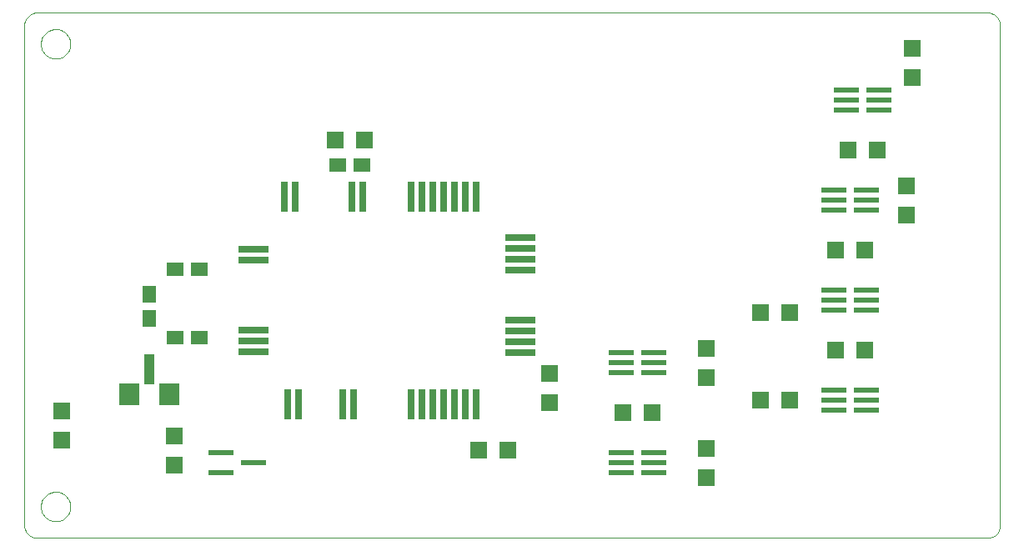
<source format=gtp>
G75*
G70*
%OFA0B0*%
%FSLAX24Y24*%
%IPPOS*%
%LPD*%
%AMOC8*
5,1,8,0,0,1.08239X$1,22.5*
%
%ADD10C,0.0000*%
%ADD11R,0.0260X0.1200*%
%ADD12R,0.1200X0.0260*%
%ADD13R,0.1020X0.0220*%
%ADD14R,0.0710X0.0709*%
%ADD15R,0.0709X0.0551*%
%ADD16R,0.0551X0.0709*%
%ADD17R,0.0709X0.0710*%
%ADD18R,0.0400X0.1200*%
%ADD19R,0.0840X0.0880*%
D10*
X001675Y001175D02*
X039675Y001175D01*
X039719Y001177D01*
X039762Y001183D01*
X039804Y001192D01*
X039846Y001205D01*
X039886Y001222D01*
X039925Y001242D01*
X039962Y001265D01*
X039996Y001292D01*
X040029Y001321D01*
X040058Y001354D01*
X040085Y001388D01*
X040108Y001425D01*
X040128Y001464D01*
X040145Y001504D01*
X040158Y001546D01*
X040167Y001588D01*
X040173Y001631D01*
X040175Y001675D01*
X040175Y021675D01*
X040173Y021719D01*
X040167Y021762D01*
X040158Y021804D01*
X040145Y021846D01*
X040128Y021886D01*
X040108Y021925D01*
X040085Y021962D01*
X040058Y021996D01*
X040029Y022029D01*
X039996Y022058D01*
X039962Y022085D01*
X039925Y022108D01*
X039886Y022128D01*
X039846Y022145D01*
X039804Y022158D01*
X039762Y022167D01*
X039719Y022173D01*
X039675Y022175D01*
X001675Y022175D01*
X001631Y022173D01*
X001588Y022167D01*
X001546Y022158D01*
X001504Y022145D01*
X001464Y022128D01*
X001425Y022108D01*
X001388Y022085D01*
X001354Y022058D01*
X001321Y022029D01*
X001292Y021996D01*
X001265Y021962D01*
X001242Y021925D01*
X001222Y021886D01*
X001205Y021846D01*
X001192Y021804D01*
X001183Y021762D01*
X001177Y021719D01*
X001175Y021675D01*
X001175Y001675D01*
X001177Y001631D01*
X001183Y001588D01*
X001192Y001546D01*
X001205Y001504D01*
X001222Y001464D01*
X001242Y001425D01*
X001265Y001388D01*
X001292Y001354D01*
X001321Y001321D01*
X001354Y001292D01*
X001388Y001265D01*
X001425Y001242D01*
X001464Y001222D01*
X001504Y001205D01*
X001546Y001192D01*
X001588Y001183D01*
X001631Y001177D01*
X001675Y001175D01*
X001834Y002425D02*
X001836Y002473D01*
X001842Y002521D01*
X001852Y002568D01*
X001865Y002614D01*
X001883Y002659D01*
X001903Y002703D01*
X001928Y002745D01*
X001956Y002784D01*
X001986Y002821D01*
X002020Y002855D01*
X002057Y002887D01*
X002095Y002916D01*
X002136Y002941D01*
X002179Y002963D01*
X002224Y002981D01*
X002270Y002995D01*
X002317Y003006D01*
X002365Y003013D01*
X002413Y003016D01*
X002461Y003015D01*
X002509Y003010D01*
X002557Y003001D01*
X002603Y002989D01*
X002648Y002972D01*
X002692Y002952D01*
X002734Y002929D01*
X002774Y002902D01*
X002812Y002872D01*
X002847Y002839D01*
X002879Y002803D01*
X002909Y002765D01*
X002935Y002724D01*
X002957Y002681D01*
X002977Y002637D01*
X002992Y002592D01*
X003004Y002545D01*
X003012Y002497D01*
X003016Y002449D01*
X003016Y002401D01*
X003012Y002353D01*
X003004Y002305D01*
X002992Y002258D01*
X002977Y002213D01*
X002957Y002169D01*
X002935Y002126D01*
X002909Y002085D01*
X002879Y002047D01*
X002847Y002011D01*
X002812Y001978D01*
X002774Y001948D01*
X002734Y001921D01*
X002692Y001898D01*
X002648Y001878D01*
X002603Y001861D01*
X002557Y001849D01*
X002509Y001840D01*
X002461Y001835D01*
X002413Y001834D01*
X002365Y001837D01*
X002317Y001844D01*
X002270Y001855D01*
X002224Y001869D01*
X002179Y001887D01*
X002136Y001909D01*
X002095Y001934D01*
X002057Y001963D01*
X002020Y001995D01*
X001986Y002029D01*
X001956Y002066D01*
X001928Y002105D01*
X001903Y002147D01*
X001883Y002191D01*
X001865Y002236D01*
X001852Y002282D01*
X001842Y002329D01*
X001836Y002377D01*
X001834Y002425D01*
X001834Y020925D02*
X001836Y020973D01*
X001842Y021021D01*
X001852Y021068D01*
X001865Y021114D01*
X001883Y021159D01*
X001903Y021203D01*
X001928Y021245D01*
X001956Y021284D01*
X001986Y021321D01*
X002020Y021355D01*
X002057Y021387D01*
X002095Y021416D01*
X002136Y021441D01*
X002179Y021463D01*
X002224Y021481D01*
X002270Y021495D01*
X002317Y021506D01*
X002365Y021513D01*
X002413Y021516D01*
X002461Y021515D01*
X002509Y021510D01*
X002557Y021501D01*
X002603Y021489D01*
X002648Y021472D01*
X002692Y021452D01*
X002734Y021429D01*
X002774Y021402D01*
X002812Y021372D01*
X002847Y021339D01*
X002879Y021303D01*
X002909Y021265D01*
X002935Y021224D01*
X002957Y021181D01*
X002977Y021137D01*
X002992Y021092D01*
X003004Y021045D01*
X003012Y020997D01*
X003016Y020949D01*
X003016Y020901D01*
X003012Y020853D01*
X003004Y020805D01*
X002992Y020758D01*
X002977Y020713D01*
X002957Y020669D01*
X002935Y020626D01*
X002909Y020585D01*
X002879Y020547D01*
X002847Y020511D01*
X002812Y020478D01*
X002774Y020448D01*
X002734Y020421D01*
X002692Y020398D01*
X002648Y020378D01*
X002603Y020361D01*
X002557Y020349D01*
X002509Y020340D01*
X002461Y020335D01*
X002413Y020334D01*
X002365Y020337D01*
X002317Y020344D01*
X002270Y020355D01*
X002224Y020369D01*
X002179Y020387D01*
X002136Y020409D01*
X002095Y020434D01*
X002057Y020463D01*
X002020Y020495D01*
X001986Y020529D01*
X001956Y020566D01*
X001928Y020605D01*
X001903Y020647D01*
X001883Y020691D01*
X001865Y020736D01*
X001852Y020782D01*
X001842Y020829D01*
X001836Y020877D01*
X001834Y020925D01*
D11*
X011581Y014823D03*
X012014Y014823D03*
X014258Y014823D03*
X014691Y014823D03*
X016620Y014823D03*
X017053Y014823D03*
X017486Y014823D03*
X017919Y014823D03*
X018352Y014823D03*
X018785Y014823D03*
X019218Y014823D03*
X019218Y006527D03*
X018785Y006527D03*
X018352Y006527D03*
X017919Y006527D03*
X017486Y006527D03*
X017053Y006527D03*
X016620Y006527D03*
X014336Y006527D03*
X013903Y006527D03*
X012132Y006527D03*
X011699Y006527D03*
D12*
X010346Y008628D03*
X010346Y009061D03*
X010346Y009494D03*
X010346Y012289D03*
X010346Y012722D03*
X021004Y012762D03*
X021004Y013195D03*
X021004Y012329D03*
X021004Y011895D03*
X021004Y009888D03*
X021004Y009455D03*
X021004Y009021D03*
X021004Y008588D03*
D13*
X025025Y008575D03*
X025025Y008175D03*
X025025Y007775D03*
X026325Y007775D03*
X026325Y008175D03*
X026325Y008575D03*
X026325Y004575D03*
X026325Y004175D03*
X026325Y003775D03*
X025025Y003775D03*
X025025Y004175D03*
X025025Y004575D03*
X033525Y006275D03*
X033525Y006675D03*
X033525Y007075D03*
X034825Y007075D03*
X034825Y006675D03*
X034825Y006275D03*
X034825Y010275D03*
X034825Y010675D03*
X034825Y011075D03*
X033525Y011075D03*
X033525Y010675D03*
X033525Y010275D03*
X033525Y014275D03*
X033525Y014675D03*
X033525Y015075D03*
X034825Y015075D03*
X034825Y014675D03*
X034825Y014275D03*
X035325Y018275D03*
X035325Y018675D03*
X035325Y019075D03*
X034025Y019075D03*
X034025Y018675D03*
X034025Y018275D03*
X010325Y004175D03*
X009025Y003775D03*
X009025Y004575D03*
D14*
X007175Y004085D03*
X007175Y005265D03*
X002675Y005085D03*
X002675Y006265D03*
X022175Y006585D03*
X022175Y007765D03*
X028425Y007585D03*
X028425Y008765D03*
X028425Y004765D03*
X028425Y003585D03*
X036425Y014085D03*
X036425Y015265D03*
X036675Y019585D03*
X036675Y020765D03*
D15*
X014657Y016075D03*
X013693Y016075D03*
X008157Y011925D03*
X007193Y011925D03*
X007193Y009175D03*
X008157Y009175D03*
D16*
X006175Y009943D03*
X006175Y010907D03*
D17*
X013585Y017075D03*
X014765Y017075D03*
X030585Y010175D03*
X031765Y010175D03*
X033585Y008675D03*
X034765Y008675D03*
X031765Y006675D03*
X030585Y006675D03*
X026265Y006175D03*
X025085Y006175D03*
X020515Y004675D03*
X019335Y004675D03*
X033585Y012675D03*
X034765Y012675D03*
X035265Y016675D03*
X034085Y016675D03*
D18*
X006175Y007925D03*
D19*
X005375Y006925D03*
X006975Y006925D03*
M02*

</source>
